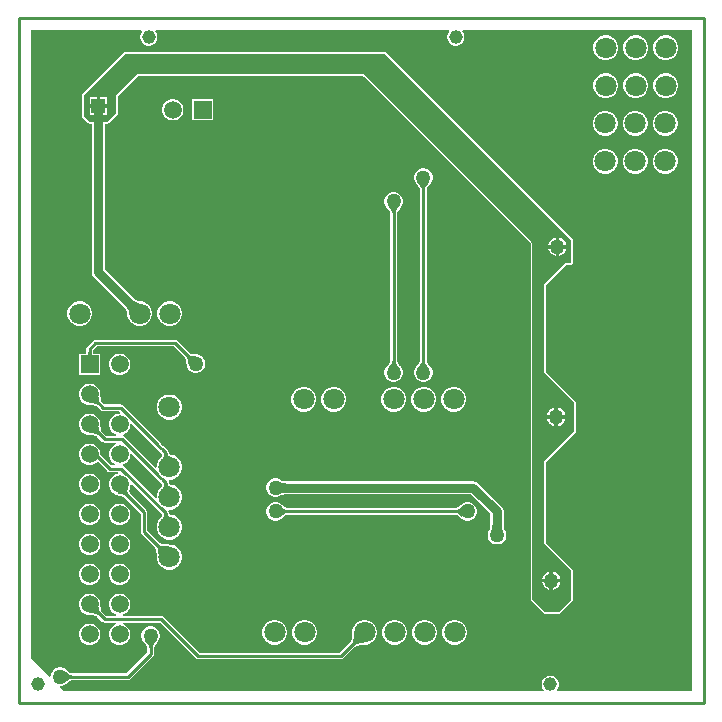
<source format=gbl>
G04*
G04 #@! TF.GenerationSoftware,Altium Limited,Altium Designer,22.4.2 (48)*
G04*
G04 Layer_Physical_Order=2*
G04 Layer_Color=16711680*
%FSLAX25Y25*%
%MOIN*%
G70*
G04*
G04 #@! TF.SameCoordinates,78AC0251-C41B-4C09-997F-A4DA7E128E32*
G04*
G04*
G04 #@! TF.FilePolarity,Positive*
G04*
G01*
G75*
%ADD14C,0.01000*%
%ADD39C,0.03150*%
%ADD40C,0.07087*%
%ADD41C,0.02000*%
%ADD42C,0.04535*%
%ADD43C,0.05906*%
%ADD44R,0.05906X0.05906*%
%ADD45R,0.05906X0.05906*%
%ADD46R,0.04724X0.04724*%
%ADD47C,0.04724*%
%ADD48C,0.05000*%
G36*
X224410Y3937D02*
X179566D01*
X179359Y4437D01*
X179460Y4538D01*
X179838Y5192D01*
X180033Y5922D01*
Y6677D01*
X179838Y7406D01*
X179460Y8060D01*
X178926Y8594D01*
X178272Y8971D01*
X177543Y9167D01*
X176788D01*
X176058Y8971D01*
X175405Y8594D01*
X174871Y8060D01*
X174493Y7406D01*
X174298Y6677D01*
Y5922D01*
X174493Y5192D01*
X174871Y4538D01*
X174972Y4437D01*
X174765Y3937D01*
X15000D01*
X13679Y5258D01*
X13886Y5758D01*
X14188D01*
X14976Y5970D01*
X15683Y6378D01*
X15898Y6593D01*
X16010Y6635D01*
X16471Y7069D01*
X16670Y7230D01*
X16862Y7369D01*
X17043Y7483D01*
X17210Y7571D01*
X17362Y7635D01*
X17499Y7677D01*
X17621Y7700D01*
X17772Y7710D01*
X17825Y7737D01*
X36358D01*
X36358Y7737D01*
X36788Y7822D01*
X37151Y8065D01*
X44793Y15707D01*
X44793Y15707D01*
X45036Y16071D01*
X45122Y16500D01*
X45122Y16500D01*
Y18454D01*
X45148Y18508D01*
X45158Y18659D01*
X45181Y18780D01*
X45224Y18917D01*
X45288Y19070D01*
X45376Y19237D01*
X45489Y19417D01*
X45623Y19603D01*
X45992Y20033D01*
X46214Y20260D01*
X46261Y20377D01*
X46481Y20597D01*
X46889Y21303D01*
X47100Y22092D01*
Y22908D01*
X46889Y23697D01*
X46481Y24403D01*
X45903Y24981D01*
X45197Y25389D01*
X44408Y25600D01*
X43592D01*
X42803Y25389D01*
X42097Y24981D01*
X41519Y24403D01*
X41111Y23697D01*
X40900Y22908D01*
Y22092D01*
X41111Y21303D01*
X41519Y20597D01*
X41735Y20381D01*
X41777Y20270D01*
X42211Y19808D01*
X42372Y19610D01*
X42511Y19417D01*
X42624Y19237D01*
X42712Y19070D01*
X42777Y18917D01*
X42819Y18780D01*
X42842Y18659D01*
X42852Y18508D01*
X42878Y18454D01*
Y16965D01*
X35894Y9980D01*
X17825D01*
X17772Y10006D01*
X17621Y10016D01*
X17499Y10039D01*
X17362Y10082D01*
X17210Y10146D01*
X17043Y10234D01*
X16862Y10347D01*
X16676Y10482D01*
X16246Y10850D01*
X16020Y11072D01*
X15903Y11119D01*
X15683Y11339D01*
X14976Y11747D01*
X14188Y11958D01*
X13371D01*
X12583Y11747D01*
X11876Y11339D01*
X11299Y10762D01*
X10891Y10055D01*
X10679Y9266D01*
Y8965D01*
X10180Y8758D01*
X3937Y15000D01*
Y224410D01*
X40907D01*
X41114Y223909D01*
X41012Y223808D01*
X40635Y223154D01*
X40439Y222425D01*
Y221670D01*
X40635Y220940D01*
X41012Y220286D01*
X41546Y219753D01*
X42200Y219375D01*
X42930Y219180D01*
X43685D01*
X44414Y219375D01*
X45068Y219753D01*
X45602Y220286D01*
X45979Y220940D01*
X46175Y221670D01*
Y222425D01*
X45979Y223154D01*
X45602Y223808D01*
X45500Y223909D01*
X45707Y224410D01*
X143269D01*
X143476Y223909D01*
X143375Y223808D01*
X142997Y223154D01*
X142802Y222425D01*
Y221670D01*
X142997Y220940D01*
X143375Y220286D01*
X143909Y219753D01*
X144562Y219375D01*
X145292Y219180D01*
X146047D01*
X146776Y219375D01*
X147430Y219753D01*
X147964Y220286D01*
X148342Y220940D01*
X148537Y221670D01*
Y222425D01*
X148342Y223154D01*
X147964Y223808D01*
X147863Y223909D01*
X148070Y224410D01*
X224410D01*
Y3937D01*
D02*
G37*
G36*
X45513Y20472D02*
X45112Y20005D01*
X44950Y19780D01*
X44813Y19561D01*
X44700Y19347D01*
X44613Y19140D01*
X44550Y18937D01*
X44513Y18741D01*
X44500Y18551D01*
X43500D01*
X43488Y18741D01*
X43450Y18937D01*
X43387Y19140D01*
X43300Y19347D01*
X43187Y19561D01*
X43050Y19780D01*
X42887Y20005D01*
X42700Y20236D01*
X42250Y20715D01*
X45750D01*
X45513Y20472D01*
D02*
G37*
G36*
X15807Y10371D02*
X16274Y9971D01*
X16499Y9808D01*
X16718Y9671D01*
X16932Y9558D01*
X17140Y9471D01*
X17342Y9408D01*
X17538Y9371D01*
X17729Y9358D01*
Y8358D01*
X17538Y8346D01*
X17342Y8308D01*
X17140Y8246D01*
X16932Y8158D01*
X16718Y8046D01*
X16499Y7908D01*
X16274Y7746D01*
X16044Y7558D01*
X15565Y7108D01*
Y10608D01*
X15807Y10371D01*
D02*
G37*
%LPC*%
G36*
X216215Y222647D02*
X215124D01*
X214070Y222365D01*
X213125Y221819D01*
X212354Y221048D01*
X211808Y220103D01*
X211526Y219049D01*
Y217958D01*
X211808Y216905D01*
X212354Y215960D01*
X213125Y215189D01*
X214070Y214643D01*
X215124Y214361D01*
X216215D01*
X217268Y214643D01*
X218213Y215189D01*
X218985Y215960D01*
X219530Y216905D01*
X219813Y217958D01*
Y219049D01*
X219530Y220103D01*
X218985Y221048D01*
X218213Y221819D01*
X217268Y222365D01*
X216215Y222647D01*
D02*
G37*
G36*
X206215D02*
X205124D01*
X204070Y222365D01*
X203125Y221819D01*
X202354Y221048D01*
X201808Y220103D01*
X201526Y219049D01*
Y217958D01*
X201808Y216905D01*
X202354Y215960D01*
X203125Y215189D01*
X204070Y214643D01*
X205124Y214361D01*
X206215D01*
X207269Y214643D01*
X208213Y215189D01*
X208985Y215960D01*
X209530Y216905D01*
X209813Y217958D01*
Y219049D01*
X209530Y220103D01*
X208985Y221048D01*
X208213Y221819D01*
X207269Y222365D01*
X206215Y222647D01*
D02*
G37*
G36*
X196215D02*
X195124D01*
X194070Y222365D01*
X193125Y221819D01*
X192354Y221048D01*
X191808Y220103D01*
X191526Y219049D01*
Y217958D01*
X191808Y216905D01*
X192354Y215960D01*
X193125Y215189D01*
X194070Y214643D01*
X195124Y214361D01*
X196215D01*
X197268Y214643D01*
X198213Y215189D01*
X198985Y215960D01*
X199530Y216905D01*
X199813Y217958D01*
Y219049D01*
X199530Y220103D01*
X198985Y221048D01*
X198213Y221819D01*
X197268Y222365D01*
X196215Y222647D01*
D02*
G37*
G36*
X216215Y210049D02*
X215124D01*
X214070Y209766D01*
X213125Y209221D01*
X212354Y208450D01*
X211808Y207505D01*
X211526Y206451D01*
Y205360D01*
X211808Y204306D01*
X212354Y203362D01*
X213125Y202590D01*
X214070Y202045D01*
X215124Y201762D01*
X216215D01*
X217268Y202045D01*
X218213Y202590D01*
X218985Y203362D01*
X219530Y204306D01*
X219813Y205360D01*
Y206451D01*
X219530Y207505D01*
X218985Y208450D01*
X218213Y209221D01*
X217268Y209766D01*
X216215Y210049D01*
D02*
G37*
G36*
X206215D02*
X205124D01*
X204070Y209766D01*
X203125Y209221D01*
X202354Y208450D01*
X201808Y207505D01*
X201526Y206451D01*
Y205360D01*
X201808Y204306D01*
X202354Y203362D01*
X203125Y202590D01*
X204070Y202045D01*
X205124Y201762D01*
X206215D01*
X207269Y202045D01*
X208213Y202590D01*
X208985Y203362D01*
X209530Y204306D01*
X209813Y205360D01*
Y206451D01*
X209530Y207505D01*
X208985Y208450D01*
X208213Y209221D01*
X207269Y209766D01*
X206215Y210049D01*
D02*
G37*
G36*
X196215D02*
X195124D01*
X194070Y209766D01*
X193125Y209221D01*
X192354Y208450D01*
X191808Y207505D01*
X191526Y206451D01*
Y205360D01*
X191808Y204306D01*
X192354Y203362D01*
X193125Y202590D01*
X194070Y202045D01*
X195124Y201762D01*
X196215D01*
X197268Y202045D01*
X198213Y202590D01*
X198985Y203362D01*
X199530Y204306D01*
X199813Y205360D01*
Y206451D01*
X199530Y207505D01*
X198985Y208450D01*
X198213Y209221D01*
X197268Y209766D01*
X196215Y210049D01*
D02*
G37*
G36*
X64891Y201387D02*
X57786D01*
Y194282D01*
X64891D01*
Y201387D01*
D02*
G37*
G36*
X51806D02*
X50871D01*
X49967Y201145D01*
X49157Y200678D01*
X48496Y200016D01*
X48028Y199206D01*
X47786Y198302D01*
Y197367D01*
X48028Y196463D01*
X48496Y195653D01*
X49157Y194992D01*
X49967Y194524D01*
X50871Y194282D01*
X51806D01*
X52710Y194524D01*
X53520Y194992D01*
X54181Y195653D01*
X54649Y196463D01*
X54891Y197367D01*
Y198302D01*
X54649Y199206D01*
X54181Y200016D01*
X53520Y200678D01*
X52710Y201145D01*
X51806Y201387D01*
D02*
G37*
G36*
X216057Y197450D02*
X214966D01*
X213913Y197168D01*
X212968Y196623D01*
X212196Y195851D01*
X211651Y194906D01*
X211368Y193853D01*
Y192762D01*
X211651Y191708D01*
X212196Y190763D01*
X212968Y189992D01*
X213913Y189446D01*
X214966Y189164D01*
X216057D01*
X217111Y189446D01*
X218056Y189992D01*
X218827Y190763D01*
X219373Y191708D01*
X219655Y192762D01*
Y193853D01*
X219373Y194906D01*
X218827Y195851D01*
X218056Y196623D01*
X217111Y197168D01*
X216057Y197450D01*
D02*
G37*
G36*
X206057D02*
X204966D01*
X203913Y197168D01*
X202968Y196623D01*
X202196Y195851D01*
X201651Y194906D01*
X201368Y193853D01*
Y192762D01*
X201651Y191708D01*
X202196Y190763D01*
X202968Y189992D01*
X203913Y189446D01*
X204966Y189164D01*
X206057D01*
X207111Y189446D01*
X208056Y189992D01*
X208827Y190763D01*
X209373Y191708D01*
X209655Y192762D01*
Y193853D01*
X209373Y194906D01*
X208827Y195851D01*
X208056Y196623D01*
X207111Y197168D01*
X206057Y197450D01*
D02*
G37*
G36*
X196057D02*
X194966D01*
X193913Y197168D01*
X192968Y196623D01*
X192196Y195851D01*
X191651Y194906D01*
X191368Y193853D01*
Y192762D01*
X191651Y191708D01*
X192196Y190763D01*
X192968Y189992D01*
X193913Y189446D01*
X194966Y189164D01*
X196057D01*
X197111Y189446D01*
X198056Y189992D01*
X198827Y190763D01*
X199373Y191708D01*
X199655Y192762D01*
Y193853D01*
X199373Y194906D01*
X198827Y195851D01*
X198056Y196623D01*
X197111Y197168D01*
X196057Y197450D01*
D02*
G37*
G36*
X216057Y184852D02*
X214966D01*
X213913Y184570D01*
X212968Y184024D01*
X212196Y183253D01*
X211651Y182308D01*
X211368Y181254D01*
Y180163D01*
X211651Y179109D01*
X212196Y178165D01*
X212968Y177393D01*
X213913Y176848D01*
X214966Y176565D01*
X216057D01*
X217111Y176848D01*
X218056Y177393D01*
X218827Y178165D01*
X219373Y179109D01*
X219655Y180163D01*
Y181254D01*
X219373Y182308D01*
X218827Y183253D01*
X218056Y184024D01*
X217111Y184570D01*
X216057Y184852D01*
D02*
G37*
G36*
X206057D02*
X204966D01*
X203913Y184570D01*
X202968Y184024D01*
X202196Y183253D01*
X201651Y182308D01*
X201368Y181254D01*
Y180163D01*
X201651Y179109D01*
X202196Y178165D01*
X202968Y177393D01*
X203913Y176848D01*
X204966Y176565D01*
X206057D01*
X207111Y176848D01*
X208056Y177393D01*
X208827Y178165D01*
X209373Y179109D01*
X209655Y180163D01*
Y181254D01*
X209373Y182308D01*
X208827Y183253D01*
X208056Y184024D01*
X207111Y184570D01*
X206057Y184852D01*
D02*
G37*
G36*
X196057D02*
X194966D01*
X193913Y184570D01*
X192968Y184024D01*
X192196Y183253D01*
X191651Y182308D01*
X191368Y181254D01*
Y180163D01*
X191651Y179109D01*
X192196Y178165D01*
X192968Y177393D01*
X193913Y176848D01*
X194966Y176565D01*
X196057D01*
X197111Y176848D01*
X198056Y177393D01*
X198827Y178165D01*
X199373Y179109D01*
X199655Y180163D01*
Y181254D01*
X199373Y182308D01*
X198827Y183253D01*
X198056Y184024D01*
X197111Y184570D01*
X196057Y184852D01*
D02*
G37*
G36*
X50900Y134065D02*
X49809D01*
X48755Y133782D01*
X47810Y133237D01*
X47039Y132465D01*
X46493Y131520D01*
X46211Y130467D01*
Y129376D01*
X46493Y128322D01*
X47039Y127377D01*
X47810Y126606D01*
X48755Y126060D01*
X49809Y125778D01*
X50900D01*
X51954Y126060D01*
X52898Y126606D01*
X53670Y127377D01*
X54215Y128322D01*
X54498Y129376D01*
Y130467D01*
X54215Y131520D01*
X53670Y132465D01*
X52898Y133237D01*
X51954Y133782D01*
X50900Y134065D01*
D02*
G37*
G36*
X20900D02*
X19809D01*
X18755Y133782D01*
X17810Y133237D01*
X17039Y132465D01*
X16493Y131520D01*
X16211Y130467D01*
Y129376D01*
X16493Y128322D01*
X17039Y127377D01*
X17810Y126606D01*
X18755Y126060D01*
X19809Y125778D01*
X20900D01*
X21954Y126060D01*
X22898Y126606D01*
X23670Y127377D01*
X24215Y128322D01*
X24498Y129376D01*
Y130467D01*
X24215Y131520D01*
X23670Y132465D01*
X22898Y133237D01*
X21954Y133782D01*
X20900Y134065D01*
D02*
G37*
G36*
X52165Y121200D02*
X52165Y121200D01*
X25591D01*
X25591Y121200D01*
X25161Y121115D01*
X24798Y120872D01*
X22829Y118903D01*
X22586Y118539D01*
X22501Y118110D01*
X22501Y118110D01*
Y117012D01*
X22473Y116950D01*
X22468Y116777D01*
X22457Y116650D01*
X22441Y116553D01*
X22439Y116545D01*
X20069D01*
Y109439D01*
X27175D01*
Y116545D01*
X24805D01*
X24803Y116553D01*
X24787Y116650D01*
X24776Y116777D01*
X24771Y116950D01*
X24744Y117012D01*
Y117646D01*
X26055Y118957D01*
X51701D01*
X55401Y115257D01*
X55421Y115200D01*
X55520Y115086D01*
X55590Y114984D01*
X55656Y114857D01*
X55719Y114704D01*
X55775Y114524D01*
X55822Y114316D01*
X55859Y114090D01*
X55903Y113525D01*
X55906Y113208D01*
X55955Y113092D01*
Y112781D01*
X56166Y111992D01*
X56574Y111285D01*
X57152Y110708D01*
X57859Y110300D01*
X58647Y110089D01*
X59463D01*
X60252Y110300D01*
X60959Y110708D01*
X61536Y111285D01*
X61944Y111992D01*
X62155Y112781D01*
Y113597D01*
X61944Y114385D01*
X61536Y115092D01*
X60959Y115670D01*
X60252Y116078D01*
X59463Y116289D01*
X59159D01*
X59050Y116338D01*
X58417Y116358D01*
X58163Y116384D01*
X57928Y116422D01*
X57720Y116469D01*
X57540Y116525D01*
X57387Y116588D01*
X57260Y116654D01*
X57158Y116724D01*
X57044Y116823D01*
X56987Y116843D01*
X52958Y120872D01*
X52595Y121115D01*
X52165Y121200D01*
D02*
G37*
G36*
X34090Y116545D02*
X33154D01*
X32251Y116303D01*
X31441Y115835D01*
X30779Y115174D01*
X30311Y114363D01*
X30069Y113460D01*
Y112524D01*
X30311Y111621D01*
X30779Y110811D01*
X31441Y110149D01*
X32251Y109681D01*
X33154Y109439D01*
X34090D01*
X34993Y109681D01*
X35803Y110149D01*
X36465Y110811D01*
X36933Y111621D01*
X37175Y112524D01*
Y113460D01*
X36933Y114363D01*
X36465Y115174D01*
X35803Y115835D01*
X34993Y116303D01*
X34090Y116545D01*
D02*
G37*
G36*
X135251Y178297D02*
X134434D01*
X133646Y178086D01*
X132939Y177678D01*
X132362Y177100D01*
X131954Y176393D01*
X131743Y175605D01*
Y174789D01*
X131954Y174000D01*
X132362Y173293D01*
X132577Y173078D01*
X132619Y172967D01*
X133053Y172505D01*
X133214Y172307D01*
X133354Y172114D01*
X133467Y171933D01*
X133555Y171766D01*
X133619Y171614D01*
X133661Y171477D01*
X133685Y171356D01*
X133695Y171205D01*
X133721Y171151D01*
Y114282D01*
X133695Y114228D01*
X133685Y114077D01*
X133661Y113956D01*
X133619Y113819D01*
X133555Y113667D01*
X133467Y113500D01*
X133354Y113319D01*
X133219Y113133D01*
X132851Y112703D01*
X132629Y112476D01*
X132582Y112360D01*
X132362Y112140D01*
X131954Y111433D01*
X131743Y110644D01*
Y109828D01*
X131954Y109040D01*
X132362Y108333D01*
X132939Y107756D01*
X133646Y107348D01*
X134434Y107136D01*
X135251D01*
X136039Y107348D01*
X136746Y107756D01*
X137323Y108333D01*
X137731Y109040D01*
X137943Y109828D01*
Y110644D01*
X137731Y111433D01*
X137323Y112140D01*
X137108Y112355D01*
X137066Y112466D01*
X136632Y112928D01*
X136471Y113126D01*
X136331Y113319D01*
X136218Y113500D01*
X136130Y113667D01*
X136066Y113819D01*
X136024Y113956D01*
X136001Y114077D01*
X135991Y114228D01*
X135964Y114282D01*
Y171151D01*
X135991Y171205D01*
X136001Y171356D01*
X136024Y171477D01*
X136066Y171614D01*
X136130Y171766D01*
X136218Y171933D01*
X136331Y172114D01*
X136466Y172300D01*
X136834Y172730D01*
X137056Y172957D01*
X137103Y173073D01*
X137323Y173293D01*
X137731Y174000D01*
X137943Y174789D01*
Y175605D01*
X137731Y176393D01*
X137323Y177100D01*
X136746Y177678D01*
X136039Y178086D01*
X135251Y178297D01*
D02*
G37*
G36*
X125408Y170423D02*
X124592D01*
X123803Y170212D01*
X123097Y169803D01*
X122519Y169226D01*
X122111Y168519D01*
X121900Y167731D01*
Y166915D01*
X122111Y166126D01*
X122519Y165419D01*
X122735Y165204D01*
X122777Y165093D01*
X123211Y164631D01*
X123372Y164433D01*
X123511Y164240D01*
X123624Y164059D01*
X123712Y163892D01*
X123776Y163740D01*
X123819Y163603D01*
X123842Y163481D01*
X123852Y163331D01*
X123878Y163277D01*
Y114282D01*
X123852Y114228D01*
X123842Y114077D01*
X123819Y113956D01*
X123776Y113819D01*
X123712Y113667D01*
X123624Y113500D01*
X123511Y113319D01*
X123377Y113133D01*
X123008Y112703D01*
X122786Y112476D01*
X122739Y112360D01*
X122519Y112140D01*
X122111Y111433D01*
X121900Y110644D01*
Y109828D01*
X122111Y109040D01*
X122519Y108333D01*
X123097Y107756D01*
X123803Y107348D01*
X124592Y107136D01*
X125408D01*
X126197Y107348D01*
X126903Y107756D01*
X127481Y108333D01*
X127889Y109040D01*
X128100Y109828D01*
Y110644D01*
X127889Y111433D01*
X127481Y112140D01*
X127265Y112355D01*
X127223Y112466D01*
X126789Y112928D01*
X126628Y113126D01*
X126489Y113319D01*
X126376Y113500D01*
X126288Y113667D01*
X126224Y113819D01*
X126181Y113956D01*
X126158Y114077D01*
X126148Y114228D01*
X126122Y114282D01*
Y163277D01*
X126148Y163331D01*
X126158Y163481D01*
X126181Y163603D01*
X126224Y163740D01*
X126288Y163892D01*
X126376Y164059D01*
X126489Y164240D01*
X126623Y164426D01*
X126992Y164856D01*
X127214Y165083D01*
X127261Y165199D01*
X127481Y165419D01*
X127889Y166126D01*
X128100Y166915D01*
Y167731D01*
X127889Y168519D01*
X127481Y169226D01*
X126903Y169803D01*
X126197Y170212D01*
X125408Y170423D01*
D02*
G37*
G36*
X145545Y105521D02*
X144455D01*
X143401Y105239D01*
X142456Y104693D01*
X141684Y103922D01*
X141139Y102977D01*
X140857Y101923D01*
Y100832D01*
X141139Y99779D01*
X141684Y98834D01*
X142456Y98062D01*
X143401Y97517D01*
X144455Y97235D01*
X145545D01*
X146599Y97517D01*
X147544Y98062D01*
X148316Y98834D01*
X148861Y99779D01*
X149143Y100832D01*
Y101923D01*
X148861Y102977D01*
X148316Y103922D01*
X147544Y104693D01*
X146599Y105239D01*
X145545Y105521D01*
D02*
G37*
G36*
X135546D02*
X134455D01*
X133401Y105239D01*
X132456Y104693D01*
X131685Y103922D01*
X131139Y102977D01*
X130857Y101923D01*
Y100832D01*
X131139Y99779D01*
X131685Y98834D01*
X132456Y98062D01*
X133401Y97517D01*
X134455Y97235D01*
X135546D01*
X136599Y97517D01*
X137544Y98062D01*
X138315Y98834D01*
X138861Y99779D01*
X139143Y100832D01*
Y101923D01*
X138861Y102977D01*
X138315Y103922D01*
X137544Y104693D01*
X136599Y105239D01*
X135546Y105521D01*
D02*
G37*
G36*
X125546D02*
X124454D01*
X123401Y105239D01*
X122456Y104693D01*
X121685Y103922D01*
X121139Y102977D01*
X120857Y101923D01*
Y100832D01*
X121139Y99779D01*
X121685Y98834D01*
X122456Y98062D01*
X123401Y97517D01*
X124454Y97235D01*
X125546D01*
X126599Y97517D01*
X127544Y98062D01*
X128315Y98834D01*
X128861Y99779D01*
X129143Y100832D01*
Y101923D01*
X128861Y102977D01*
X128315Y103922D01*
X127544Y104693D01*
X126599Y105239D01*
X125546Y105521D01*
D02*
G37*
G36*
X105545D02*
X104455D01*
X103401Y105239D01*
X102456Y104693D01*
X101684Y103922D01*
X101139Y102977D01*
X100857Y101923D01*
Y100832D01*
X101139Y99779D01*
X101684Y98834D01*
X102456Y98062D01*
X103401Y97517D01*
X104455Y97235D01*
X105545D01*
X106599Y97517D01*
X107544Y98062D01*
X108316Y98834D01*
X108861Y99779D01*
X109143Y100832D01*
Y101923D01*
X108861Y102977D01*
X108316Y103922D01*
X107544Y104693D01*
X106599Y105239D01*
X105545Y105521D01*
D02*
G37*
G36*
X95546D02*
X94454D01*
X93401Y105239D01*
X92456Y104693D01*
X91685Y103922D01*
X91139Y102977D01*
X90857Y101923D01*
Y100832D01*
X91139Y99779D01*
X91685Y98834D01*
X92456Y98062D01*
X93401Y97517D01*
X94454Y97235D01*
X95546D01*
X96599Y97517D01*
X97544Y98062D01*
X98316Y98834D01*
X98861Y99779D01*
X99143Y100832D01*
Y101923D01*
X98861Y102977D01*
X98316Y103922D01*
X97544Y104693D01*
X96599Y105239D01*
X95546Y105521D01*
D02*
G37*
G36*
X50742Y102884D02*
X49651D01*
X48598Y102601D01*
X47653Y102056D01*
X46881Y101284D01*
X46336Y100339D01*
X46054Y99286D01*
Y98195D01*
X46336Y97141D01*
X46881Y96196D01*
X47653Y95425D01*
X48598Y94879D01*
X49651Y94597D01*
X50742D01*
X51796Y94879D01*
X52741Y95425D01*
X53512Y96196D01*
X54058Y97141D01*
X54340Y98195D01*
Y99286D01*
X54058Y100339D01*
X53512Y101284D01*
X52741Y102056D01*
X51796Y102601D01*
X50742Y102884D01*
D02*
G37*
G36*
X24090Y106545D02*
X23154D01*
X22251Y106303D01*
X21441Y105835D01*
X20779Y105174D01*
X20311Y104363D01*
X20069Y103460D01*
Y102524D01*
X20311Y101621D01*
X20779Y100811D01*
X21441Y100149D01*
X22251Y99682D01*
X23154Y99439D01*
X23530D01*
X23647Y99390D01*
X24051Y99387D01*
X24768Y99338D01*
X25061Y99296D01*
X25326Y99241D01*
X25555Y99177D01*
X25748Y99104D01*
X25905Y99026D01*
X26027Y98947D01*
X26155Y98836D01*
X26210Y98818D01*
X27321Y97707D01*
X27321Y97707D01*
X27685Y97464D01*
X28114Y97378D01*
X28114Y97378D01*
X33535D01*
X33869Y97045D01*
X33662Y96545D01*
X33154D01*
X32251Y96303D01*
X31441Y95835D01*
X30779Y95174D01*
X30311Y94363D01*
X30069Y93460D01*
Y92524D01*
X30311Y91621D01*
X30779Y90811D01*
X31441Y90149D01*
X32251Y89682D01*
X32474Y89622D01*
X32409Y89122D01*
X29079D01*
X27796Y90404D01*
X27778Y90459D01*
X27667Y90588D01*
X27588Y90709D01*
X27510Y90866D01*
X27438Y91059D01*
X27373Y91288D01*
X27318Y91553D01*
X27276Y91846D01*
X27227Y92563D01*
X27224Y92967D01*
X27175Y93084D01*
Y93460D01*
X26933Y94363D01*
X26465Y95174D01*
X25804Y95835D01*
X24993Y96303D01*
X24090Y96545D01*
X23154D01*
X22251Y96303D01*
X21441Y95835D01*
X20779Y95174D01*
X20311Y94363D01*
X20069Y93460D01*
Y92524D01*
X20311Y91621D01*
X20779Y90811D01*
X21441Y90149D01*
X22251Y89682D01*
X23154Y89439D01*
X23530D01*
X23647Y89390D01*
X24051Y89387D01*
X24768Y89338D01*
X25061Y89296D01*
X25326Y89241D01*
X25555Y89176D01*
X25748Y89104D01*
X25905Y89026D01*
X26027Y88947D01*
X26155Y88836D01*
X26210Y88818D01*
X27821Y87207D01*
X27821Y87207D01*
X28185Y86964D01*
X28614Y86878D01*
X28614Y86878D01*
X32467D01*
X32533Y86378D01*
X32251Y86303D01*
X31441Y85835D01*
X30779Y85174D01*
X30311Y84363D01*
X30069Y83460D01*
Y82524D01*
X30311Y81621D01*
X30779Y80811D01*
X31441Y80149D01*
X32066Y79788D01*
X31932Y79288D01*
X30798D01*
X27240Y82847D01*
X27175Y82890D01*
Y83460D01*
X26933Y84363D01*
X26465Y85174D01*
X25804Y85835D01*
X24993Y86303D01*
X24090Y86545D01*
X23154D01*
X22251Y86303D01*
X21441Y85835D01*
X20779Y85174D01*
X20311Y84363D01*
X20069Y83460D01*
Y82524D01*
X20311Y81621D01*
X20779Y80811D01*
X21441Y80149D01*
X22251Y79681D01*
X23154Y79439D01*
X24090D01*
X24993Y79681D01*
X25804Y80149D01*
X26284Y80630D01*
X29541Y77373D01*
X29541Y77373D01*
X29904Y77130D01*
X30334Y77045D01*
X30334Y77045D01*
X33173D01*
X33200Y77005D01*
X32944Y76489D01*
X32251Y76303D01*
X31441Y75835D01*
X30779Y75174D01*
X30311Y74363D01*
X30069Y73460D01*
Y72524D01*
X30311Y71621D01*
X30779Y70811D01*
X31441Y70149D01*
X32251Y69682D01*
X32588Y69591D01*
X32686Y69514D01*
X33573Y69262D01*
X34289Y69026D01*
X34846Y68804D01*
X35049Y68707D01*
X35211Y68616D01*
X35322Y68541D01*
X35420Y68457D01*
X35475Y68439D01*
X40675Y63239D01*
Y57141D01*
X40675Y57140D01*
X40760Y56711D01*
X41003Y56348D01*
X45347Y52004D01*
X45364Y51950D01*
X45489Y51803D01*
X45582Y51654D01*
X45674Y51457D01*
X45759Y51212D01*
X45835Y50920D01*
X45898Y50580D01*
X45947Y50203D01*
X46001Y49290D01*
X46004Y48772D01*
X46054Y48655D01*
Y48195D01*
X46336Y47141D01*
X46881Y46196D01*
X47653Y45425D01*
X48598Y44879D01*
X49651Y44597D01*
X50742D01*
X51796Y44879D01*
X52741Y45425D01*
X53512Y46196D01*
X54058Y47141D01*
X54340Y48195D01*
Y49286D01*
X54058Y50339D01*
X53512Y51284D01*
X52741Y52056D01*
X51796Y52601D01*
X50742Y52883D01*
X50282D01*
X50165Y52933D01*
X49648Y52936D01*
X48734Y52990D01*
X48357Y53039D01*
X48017Y53102D01*
X47725Y53178D01*
X47480Y53263D01*
X47283Y53355D01*
X47134Y53448D01*
X46987Y53573D01*
X46933Y53590D01*
X42918Y57605D01*
Y63704D01*
X42918Y63704D01*
X42833Y64133D01*
X42590Y64497D01*
X42590Y64497D01*
X37316Y69770D01*
X37316Y69775D01*
X37292Y69794D01*
X37259Y69827D01*
X37241Y69882D01*
X37120Y70023D01*
X37045Y70140D01*
X36985Y70276D01*
X36938Y70436D01*
X36908Y70623D01*
X36896Y70840D01*
X36906Y71087D01*
X36940Y71362D01*
X36999Y71666D01*
X37089Y72013D01*
X37071Y72137D01*
X37175Y72524D01*
Y72878D01*
X37675Y73085D01*
X47857Y62903D01*
X47828Y62728D01*
X47787Y62561D01*
X47736Y62409D01*
X47676Y62269D01*
X47607Y62139D01*
X47527Y62020D01*
X47437Y61910D01*
X47315Y61785D01*
X47275Y61685D01*
X47195Y61614D01*
X47194Y61597D01*
X46881Y61284D01*
X46336Y60339D01*
X46054Y59286D01*
Y58195D01*
X46336Y57141D01*
X46881Y56196D01*
X47653Y55425D01*
X48598Y54879D01*
X49651Y54597D01*
X50742D01*
X51796Y54879D01*
X52741Y55425D01*
X53512Y56196D01*
X54058Y57141D01*
X54340Y58195D01*
Y59286D01*
X54058Y60339D01*
X53512Y61284D01*
X52741Y62056D01*
X51796Y62601D01*
X50742Y62884D01*
X50625D01*
X50570Y62915D01*
X50428Y62935D01*
X50349Y62955D01*
X50298Y62976D01*
X50269Y62995D01*
X50252Y63011D01*
X50237Y63030D01*
X50220Y63063D01*
X50203Y63118D01*
X50188Y63201D01*
X50181Y63347D01*
X50123Y63468D01*
X50068Y63743D01*
X49832Y64097D01*
X49839Y64138D01*
X50042Y64597D01*
X50742D01*
X51796Y64879D01*
X52741Y65425D01*
X53512Y66196D01*
X54058Y67141D01*
X54340Y68195D01*
Y69286D01*
X54058Y70339D01*
X53512Y71284D01*
X52741Y72056D01*
X51796Y72601D01*
X50977Y72821D01*
X50964Y72835D01*
X50913Y72838D01*
X50855Y72853D01*
X50801Y72889D01*
X50617Y72923D01*
X50494Y72960D01*
X50403Y73000D01*
X50339Y73041D01*
X50294Y73081D01*
X50261Y73123D01*
X50232Y73175D01*
X50208Y73247D01*
X50190Y73343D01*
X50181Y73505D01*
X50122Y73625D01*
X50068Y73897D01*
X49935Y74097D01*
X50132Y74546D01*
X50186Y74597D01*
X50742D01*
X51796Y74879D01*
X52741Y75425D01*
X53512Y76196D01*
X54058Y77141D01*
X54340Y78195D01*
Y79286D01*
X54058Y80339D01*
X53512Y81284D01*
X52741Y82056D01*
X51796Y82601D01*
X50977Y82821D01*
X50964Y82835D01*
X50913Y82838D01*
X50855Y82853D01*
X50801Y82889D01*
X50617Y82923D01*
X50494Y82960D01*
X50403Y83000D01*
X50339Y83041D01*
X50294Y83081D01*
X50261Y83123D01*
X50232Y83175D01*
X50208Y83246D01*
X50190Y83343D01*
X50181Y83504D01*
X50122Y83625D01*
X50068Y83897D01*
X49825Y84261D01*
X49825Y84261D01*
X48421Y85666D01*
X48421Y85666D01*
X48236Y85789D01*
X48259Y85824D01*
X47705Y86249D01*
X47280Y86803D01*
X47245Y86779D01*
X47122Y86964D01*
X47122Y86964D01*
X34793Y99293D01*
X34793Y99293D01*
X34429Y99536D01*
X34000Y99622D01*
X34000Y99622D01*
X28579D01*
X27796Y100404D01*
X27778Y100459D01*
X27667Y100587D01*
X27588Y100709D01*
X27510Y100866D01*
X27438Y101059D01*
X27373Y101288D01*
X27318Y101553D01*
X27276Y101846D01*
X27227Y102563D01*
X27224Y102967D01*
X27175Y103084D01*
Y103460D01*
X26933Y104363D01*
X26465Y105174D01*
X25804Y105835D01*
X24993Y106303D01*
X24090Y106545D01*
D02*
G37*
G36*
Y76545D02*
X23154D01*
X22251Y76303D01*
X21441Y75835D01*
X20779Y75174D01*
X20311Y74363D01*
X20069Y73460D01*
Y72524D01*
X20311Y71621D01*
X20779Y70811D01*
X21441Y70149D01*
X22251Y69682D01*
X23154Y69439D01*
X24090D01*
X24993Y69682D01*
X25804Y70149D01*
X26465Y70811D01*
X26933Y71621D01*
X27175Y72524D01*
Y73460D01*
X26933Y74363D01*
X26465Y75174D01*
X25804Y75835D01*
X24993Y76303D01*
X24090Y76545D01*
D02*
G37*
G36*
X150014Y67076D02*
X149198D01*
X148410Y66865D01*
X147703Y66457D01*
X147488Y66242D01*
X147376Y66199D01*
X146915Y65766D01*
X146716Y65605D01*
X146523Y65465D01*
X146343Y65352D01*
X146176Y65264D01*
X146023Y65200D01*
X145886Y65158D01*
X145765Y65134D01*
X145614Y65124D01*
X145561Y65098D01*
X89676D01*
X89622Y65124D01*
X89471Y65134D01*
X89350Y65158D01*
X89213Y65200D01*
X89060Y65264D01*
X88893Y65352D01*
X88713Y65465D01*
X88527Y65600D01*
X88096Y65968D01*
X87870Y66190D01*
X87753Y66237D01*
X87533Y66457D01*
X86826Y66865D01*
X86038Y67076D01*
X85222D01*
X84433Y66865D01*
X83727Y66457D01*
X83149Y65880D01*
X82741Y65173D01*
X82530Y64385D01*
Y63568D01*
X82741Y62780D01*
X83149Y62073D01*
X83727Y61496D01*
X84433Y61088D01*
X85222Y60876D01*
X86038D01*
X86826Y61088D01*
X87533Y61496D01*
X87749Y61711D01*
X87860Y61753D01*
X88322Y62187D01*
X88520Y62348D01*
X88713Y62488D01*
X88893Y62601D01*
X89060Y62689D01*
X89213Y62753D01*
X89350Y62795D01*
X89471Y62818D01*
X89622Y62828D01*
X89676Y62855D01*
X145561D01*
X145614Y62828D01*
X145765Y62818D01*
X145886Y62795D01*
X146023Y62753D01*
X146176Y62689D01*
X146343Y62601D01*
X146523Y62488D01*
X146710Y62353D01*
X147140Y61985D01*
X147366Y61763D01*
X147483Y61716D01*
X147703Y61496D01*
X148410Y61088D01*
X149198Y60876D01*
X150014D01*
X150803Y61088D01*
X151510Y61496D01*
X152087Y62073D01*
X152495Y62780D01*
X152706Y63568D01*
Y64385D01*
X152495Y65173D01*
X152087Y65880D01*
X151510Y66457D01*
X150803Y66865D01*
X150014Y67076D01*
D02*
G37*
G36*
X34090Y66545D02*
X33154D01*
X32251Y66303D01*
X31441Y65835D01*
X30779Y65174D01*
X30311Y64363D01*
X30069Y63460D01*
Y62524D01*
X30311Y61621D01*
X30779Y60811D01*
X31441Y60149D01*
X32251Y59681D01*
X33154Y59439D01*
X34090D01*
X34993Y59681D01*
X35803Y60149D01*
X36465Y60811D01*
X36933Y61621D01*
X37175Y62524D01*
Y63460D01*
X36933Y64363D01*
X36465Y65174D01*
X35803Y65835D01*
X34993Y66303D01*
X34090Y66545D01*
D02*
G37*
G36*
X24090D02*
X23154D01*
X22251Y66303D01*
X21441Y65835D01*
X20779Y65174D01*
X20311Y64363D01*
X20069Y63460D01*
Y62524D01*
X20311Y61621D01*
X20779Y60811D01*
X21441Y60149D01*
X22251Y59681D01*
X23154Y59439D01*
X24090D01*
X24993Y59681D01*
X25804Y60149D01*
X26465Y60811D01*
X26933Y61621D01*
X27175Y62524D01*
Y63460D01*
X26933Y64363D01*
X26465Y65174D01*
X25804Y65835D01*
X24993Y66303D01*
X24090Y66545D01*
D02*
G37*
G36*
X86038Y74950D02*
X85222D01*
X84433Y74739D01*
X83727Y74331D01*
X83149Y73754D01*
X82741Y73047D01*
X82530Y72259D01*
Y71442D01*
X82741Y70654D01*
X83149Y69947D01*
X83727Y69370D01*
X84433Y68962D01*
X85222Y68750D01*
X86038D01*
X86826Y68962D01*
X87533Y69370D01*
X87695Y69532D01*
X87706Y69532D01*
X87742Y69546D01*
X87777Y69555D01*
X87840Y69567D01*
X88809Y69625D01*
X89076Y69626D01*
X89092Y69633D01*
X150656D01*
X157231Y63058D01*
Y59572D01*
X157225Y59557D01*
X157209Y58802D01*
X157184Y58452D01*
X157169Y58334D01*
X157154Y58249D01*
X157144Y58214D01*
X157130Y58178D01*
X157130Y58168D01*
X156968Y58006D01*
X156560Y57299D01*
X156349Y56511D01*
Y55694D01*
X156560Y54906D01*
X156968Y54199D01*
X157545Y53622D01*
X158252Y53214D01*
X159041Y53002D01*
X159857D01*
X160645Y53214D01*
X161352Y53622D01*
X161929Y54199D01*
X162338Y54906D01*
X162549Y55694D01*
Y56511D01*
X162338Y57299D01*
X161929Y58006D01*
X161768Y58168D01*
X161768Y58178D01*
X161753Y58214D01*
X161744Y58249D01*
X161733Y58312D01*
X161675Y59282D01*
X161673Y59548D01*
X161666Y59564D01*
Y63976D01*
X161666Y63976D01*
X161497Y64825D01*
X161017Y65544D01*
X161017Y65544D01*
X153143Y73418D01*
X152423Y73899D01*
X151575Y74068D01*
X151575Y74068D01*
X89100D01*
X89085Y74075D01*
X88329Y74090D01*
X87980Y74115D01*
X87861Y74130D01*
X87777Y74146D01*
X87741Y74155D01*
X87706Y74169D01*
X87695Y74169D01*
X87533Y74331D01*
X86826Y74739D01*
X86038Y74950D01*
D02*
G37*
G36*
X34090Y56545D02*
X33154D01*
X32251Y56303D01*
X31441Y55835D01*
X30779Y55174D01*
X30311Y54363D01*
X30069Y53460D01*
Y52524D01*
X30311Y51621D01*
X30779Y50811D01*
X31441Y50149D01*
X32251Y49681D01*
X33154Y49439D01*
X34090D01*
X34993Y49681D01*
X35803Y50149D01*
X36465Y50811D01*
X36933Y51621D01*
X37175Y52524D01*
Y53460D01*
X36933Y54363D01*
X36465Y55174D01*
X35803Y55835D01*
X34993Y56303D01*
X34090Y56545D01*
D02*
G37*
G36*
X24090D02*
X23154D01*
X22251Y56303D01*
X21441Y55835D01*
X20779Y55174D01*
X20311Y54363D01*
X20069Y53460D01*
Y52524D01*
X20311Y51621D01*
X20779Y50811D01*
X21441Y50149D01*
X22251Y49681D01*
X23154Y49439D01*
X24090D01*
X24993Y49681D01*
X25804Y50149D01*
X26465Y50811D01*
X26933Y51621D01*
X27175Y52524D01*
Y53460D01*
X26933Y54363D01*
X26465Y55174D01*
X25804Y55835D01*
X24993Y56303D01*
X24090Y56545D01*
D02*
G37*
G36*
X34090Y46545D02*
X33154D01*
X32251Y46303D01*
X31441Y45835D01*
X30779Y45174D01*
X30311Y44363D01*
X30069Y43460D01*
Y42524D01*
X30311Y41621D01*
X30779Y40811D01*
X31441Y40149D01*
X32251Y39682D01*
X33154Y39439D01*
X34090D01*
X34993Y39682D01*
X35803Y40149D01*
X36465Y40811D01*
X36933Y41621D01*
X37175Y42524D01*
Y43460D01*
X36933Y44363D01*
X36465Y45174D01*
X35803Y45835D01*
X34993Y46303D01*
X34090Y46545D01*
D02*
G37*
G36*
X24090D02*
X23154D01*
X22251Y46303D01*
X21441Y45835D01*
X20779Y45174D01*
X20311Y44363D01*
X20069Y43460D01*
Y42524D01*
X20311Y41621D01*
X20779Y40811D01*
X21441Y40149D01*
X22251Y39682D01*
X23154Y39439D01*
X24090D01*
X24993Y39682D01*
X25804Y40149D01*
X26465Y40811D01*
X26933Y41621D01*
X27175Y42524D01*
Y43460D01*
X26933Y44363D01*
X26465Y45174D01*
X25804Y45835D01*
X24993Y46303D01*
X24090Y46545D01*
D02*
G37*
G36*
X122047Y217185D02*
X35433D01*
X34974Y216995D01*
X21194Y203215D01*
X21004Y202756D01*
Y199441D01*
X21016Y199412D01*
X21013Y199406D01*
Y198626D01*
X21016Y198620D01*
X21004Y198591D01*
Y195866D01*
X21194Y195407D01*
X23163Y193438D01*
X23622Y193248D01*
X24358D01*
Y178150D01*
Y143701D01*
X24358Y143701D01*
X24526Y142852D01*
X25007Y142133D01*
X35017Y132123D01*
X35023Y132108D01*
X35263Y131855D01*
X35465Y131618D01*
X35640Y131388D01*
X35787Y131164D01*
X35908Y130947D01*
X36004Y130737D01*
X36076Y130535D01*
X36125Y130339D01*
X36153Y130149D01*
X36162Y129929D01*
X36211Y129824D01*
Y129376D01*
X36493Y128322D01*
X37039Y127377D01*
X37810Y126606D01*
X38755Y126060D01*
X39809Y125778D01*
X40900D01*
X41954Y126060D01*
X42898Y126606D01*
X43670Y127377D01*
X44215Y128322D01*
X44498Y129376D01*
Y130467D01*
X44215Y131520D01*
X43670Y132465D01*
X42898Y133237D01*
X41954Y133782D01*
X40900Y134065D01*
X40451D01*
X40347Y134113D01*
X40126Y134123D01*
X39936Y134151D01*
X39741Y134200D01*
X39538Y134272D01*
X39329Y134368D01*
X39112Y134488D01*
X38888Y134636D01*
X38657Y134810D01*
X38421Y135012D01*
X38168Y135253D01*
X38153Y135259D01*
X28792Y144619D01*
Y178150D01*
Y193248D01*
X29528D01*
X29987Y193438D01*
X32939Y196391D01*
X33130Y196850D01*
X33130Y202487D01*
X39639Y208996D01*
X114889D01*
X170610Y153274D01*
Y34744D01*
X170801Y34285D01*
X175033Y30053D01*
X175492Y29862D01*
X180118Y29862D01*
X180577Y30053D01*
X184514Y33990D01*
X184705Y34449D01*
Y44291D01*
X184514Y44751D01*
X175846Y53419D01*
Y80440D01*
X185499Y90092D01*
X185689Y90551D01*
Y100394D01*
X185499Y100853D01*
X175846Y110505D01*
Y139495D01*
X182356Y146004D01*
X184055D01*
X184514Y146194D01*
X184705Y146653D01*
Y154528D01*
X184514Y154987D01*
X122506Y216995D01*
X122047Y217185D01*
D02*
G37*
G36*
X34090Y36545D02*
X33154D01*
X32251Y36303D01*
X31441Y35835D01*
X30779Y35174D01*
X30311Y34363D01*
X30069Y33460D01*
Y32524D01*
X30311Y31621D01*
X30779Y30811D01*
X31441Y30149D01*
X32251Y29682D01*
X32474Y29622D01*
X32409Y29122D01*
X29079D01*
X27796Y30404D01*
X27778Y30459D01*
X27667Y30588D01*
X27588Y30709D01*
X27510Y30866D01*
X27438Y31059D01*
X27373Y31288D01*
X27318Y31553D01*
X27276Y31846D01*
X27227Y32563D01*
X27224Y32967D01*
X27175Y33084D01*
Y33460D01*
X26933Y34363D01*
X26465Y35174D01*
X25804Y35835D01*
X24993Y36303D01*
X24090Y36545D01*
X23154D01*
X22251Y36303D01*
X21441Y35835D01*
X20779Y35174D01*
X20311Y34363D01*
X20069Y33460D01*
Y32524D01*
X20311Y31621D01*
X20779Y30811D01*
X21441Y30149D01*
X22251Y29682D01*
X23154Y29439D01*
X23530D01*
X23647Y29390D01*
X24051Y29387D01*
X24768Y29338D01*
X25061Y29296D01*
X25326Y29241D01*
X25555Y29177D01*
X25748Y29104D01*
X25905Y29026D01*
X26027Y28947D01*
X26155Y28836D01*
X26210Y28818D01*
X27821Y27207D01*
X27821Y27207D01*
X28185Y26964D01*
X28614Y26878D01*
X28614Y26878D01*
X32467D01*
X32533Y26378D01*
X32251Y26303D01*
X31441Y25835D01*
X30779Y25174D01*
X30311Y24363D01*
X30069Y23460D01*
Y22524D01*
X30311Y21621D01*
X30779Y20811D01*
X31441Y20149D01*
X32251Y19681D01*
X33154Y19439D01*
X34090D01*
X34993Y19681D01*
X35803Y20149D01*
X36465Y20811D01*
X36933Y21621D01*
X37175Y22524D01*
Y23460D01*
X36933Y24363D01*
X36465Y25174D01*
X35803Y25835D01*
X34993Y26303D01*
X34711Y26378D01*
X34777Y26878D01*
X47035D01*
X58959Y14955D01*
X58959Y14955D01*
X59323Y14712D01*
X59752Y14627D01*
X107441D01*
X107441Y14627D01*
X107870Y14712D01*
X108234Y14955D01*
X112051Y18772D01*
X112105Y18789D01*
X112252Y18915D01*
X112401Y19007D01*
X112598Y19099D01*
X112843Y19184D01*
X113136Y19260D01*
X113475Y19323D01*
X113852Y19372D01*
X114766Y19427D01*
X115283Y19430D01*
X115400Y19479D01*
X115860D01*
X116914Y19761D01*
X117859Y20307D01*
X118630Y21078D01*
X119176Y22023D01*
X119458Y23077D01*
Y24168D01*
X119176Y25221D01*
X118630Y26166D01*
X117859Y26937D01*
X116914Y27483D01*
X115860Y27765D01*
X114769D01*
X113716Y27483D01*
X112771Y26937D01*
X111999Y26166D01*
X111454Y25221D01*
X111172Y24168D01*
Y23707D01*
X111122Y23590D01*
X111120Y23073D01*
X111065Y22159D01*
X111016Y21782D01*
X110953Y21443D01*
X110877Y21150D01*
X110792Y20905D01*
X110700Y20708D01*
X110608Y20560D01*
X110482Y20412D01*
X110465Y20358D01*
X106976Y16870D01*
X60216D01*
X48293Y28793D01*
X47929Y29036D01*
X47500Y29122D01*
X47500Y29122D01*
X34835D01*
X34770Y29622D01*
X34993Y29682D01*
X35803Y30149D01*
X36465Y30811D01*
X36933Y31621D01*
X37175Y32524D01*
Y33460D01*
X36933Y34363D01*
X36465Y35174D01*
X35803Y35835D01*
X34993Y36303D01*
X34090Y36545D01*
D02*
G37*
G36*
X145860Y27765D02*
X144770D01*
X143716Y27483D01*
X142771Y26937D01*
X141999Y26166D01*
X141454Y25221D01*
X141172Y24168D01*
Y23077D01*
X141454Y22023D01*
X141999Y21078D01*
X142771Y20307D01*
X143716Y19761D01*
X144770Y19479D01*
X145860D01*
X146914Y19761D01*
X147859Y20307D01*
X148630Y21078D01*
X149176Y22023D01*
X149458Y23077D01*
Y24168D01*
X149176Y25221D01*
X148630Y26166D01*
X147859Y26937D01*
X146914Y27483D01*
X145860Y27765D01*
D02*
G37*
G36*
X135860D02*
X134769D01*
X133716Y27483D01*
X132771Y26937D01*
X132000Y26166D01*
X131454Y25221D01*
X131172Y24168D01*
Y23077D01*
X131454Y22023D01*
X132000Y21078D01*
X132771Y20307D01*
X133716Y19761D01*
X134769Y19479D01*
X135860D01*
X136914Y19761D01*
X137859Y20307D01*
X138630Y21078D01*
X139176Y22023D01*
X139458Y23077D01*
Y24168D01*
X139176Y25221D01*
X138630Y26166D01*
X137859Y26937D01*
X136914Y27483D01*
X135860Y27765D01*
D02*
G37*
G36*
X125860D02*
X124769D01*
X123716Y27483D01*
X122771Y26937D01*
X122000Y26166D01*
X121454Y25221D01*
X121172Y24168D01*
Y23077D01*
X121454Y22023D01*
X122000Y21078D01*
X122771Y20307D01*
X123716Y19761D01*
X124769Y19479D01*
X125860D01*
X126914Y19761D01*
X127859Y20307D01*
X128630Y21078D01*
X129176Y22023D01*
X129458Y23077D01*
Y24168D01*
X129176Y25221D01*
X128630Y26166D01*
X127859Y26937D01*
X126914Y27483D01*
X125860Y27765D01*
D02*
G37*
G36*
X95860D02*
X94770D01*
X93716Y27483D01*
X92771Y26937D01*
X92000Y26166D01*
X91454Y25221D01*
X91172Y24168D01*
Y23077D01*
X91454Y22023D01*
X92000Y21078D01*
X92771Y20307D01*
X93716Y19761D01*
X94770Y19479D01*
X95860D01*
X96914Y19761D01*
X97859Y20307D01*
X98630Y21078D01*
X99176Y22023D01*
X99458Y23077D01*
Y24168D01*
X99176Y25221D01*
X98630Y26166D01*
X97859Y26937D01*
X96914Y27483D01*
X95860Y27765D01*
D02*
G37*
G36*
X85860D02*
X84769D01*
X83716Y27483D01*
X82771Y26937D01*
X81999Y26166D01*
X81454Y25221D01*
X81172Y24168D01*
Y23077D01*
X81454Y22023D01*
X81999Y21078D01*
X82771Y20307D01*
X83716Y19761D01*
X84769Y19479D01*
X85860D01*
X86914Y19761D01*
X87859Y20307D01*
X88630Y21078D01*
X89176Y22023D01*
X89458Y23077D01*
Y24168D01*
X89176Y25221D01*
X88630Y26166D01*
X87859Y26937D01*
X86914Y27483D01*
X85860Y27765D01*
D02*
G37*
G36*
X24090Y26545D02*
X23154D01*
X22251Y26303D01*
X21441Y25835D01*
X20779Y25174D01*
X20311Y24363D01*
X20069Y23460D01*
Y22524D01*
X20311Y21621D01*
X20779Y20811D01*
X21441Y20149D01*
X22251Y19681D01*
X23154Y19439D01*
X24090D01*
X24993Y19681D01*
X25804Y20149D01*
X26465Y20811D01*
X26933Y21621D01*
X27175Y22524D01*
Y23460D01*
X26933Y24363D01*
X26465Y25174D01*
X25804Y25835D01*
X24993Y26303D01*
X24090Y26545D01*
D02*
G37*
%LPD*%
G36*
X24127Y116741D02*
X24142Y116569D01*
X24167Y116417D01*
X24202Y116285D01*
X24247Y116174D01*
X24302Y116083D01*
X24367Y116012D01*
X24442Y115961D01*
X24527Y115931D01*
X24622Y115921D01*
X22622D01*
X22717Y115931D01*
X22802Y115961D01*
X22877Y116012D01*
X22942Y116083D01*
X22997Y116174D01*
X23042Y116285D01*
X23077Y116417D01*
X23102Y116569D01*
X23117Y116741D01*
X23122Y116933D01*
X24122D01*
X24127Y116741D01*
D02*
G37*
G36*
X56760Y116209D02*
X56925Y116097D01*
X57112Y115998D01*
X57321Y115913D01*
X57551Y115842D01*
X57804Y115784D01*
X58078Y115740D01*
X58373Y115709D01*
X59030Y115689D01*
X56555Y113214D01*
X56552Y113553D01*
X56504Y114166D01*
X56460Y114440D01*
X56402Y114693D01*
X56331Y114923D01*
X56246Y115132D01*
X56147Y115319D01*
X56035Y115484D01*
X55909Y115628D01*
X56616Y116335D01*
X56760Y116209D01*
D02*
G37*
G36*
X136355Y173169D02*
X135955Y172702D01*
X135793Y172477D01*
X135655Y172258D01*
X135543Y172044D01*
X135455Y171836D01*
X135392Y171634D01*
X135355Y171438D01*
X135343Y171247D01*
X134343D01*
X134330Y171438D01*
X134292Y171634D01*
X134230Y171836D01*
X134142Y172044D01*
X134030Y172258D01*
X133893Y172477D01*
X133730Y172702D01*
X133543Y172933D01*
X133092Y173412D01*
X136592D01*
X136355Y173169D01*
D02*
G37*
G36*
X135355Y113995D02*
X135392Y113799D01*
X135455Y113597D01*
X135543Y113389D01*
X135655Y113175D01*
X135793Y112956D01*
X135955Y112731D01*
X136143Y112500D01*
X136592Y112022D01*
X133092D01*
X133330Y112264D01*
X133730Y112731D01*
X133893Y112956D01*
X134030Y113175D01*
X134142Y113389D01*
X134230Y113597D01*
X134292Y113799D01*
X134330Y113995D01*
X134343Y114186D01*
X135343D01*
X135355Y113995D01*
D02*
G37*
G36*
X126513Y165295D02*
X126112Y164828D01*
X125950Y164603D01*
X125812Y164384D01*
X125700Y164170D01*
X125612Y163962D01*
X125550Y163760D01*
X125513Y163564D01*
X125500Y163373D01*
X124500D01*
X124487Y163564D01*
X124450Y163760D01*
X124388Y163962D01*
X124300Y164170D01*
X124188Y164384D01*
X124050Y164603D01*
X123888Y164828D01*
X123700Y165059D01*
X123250Y165538D01*
X126750D01*
X126513Y165295D01*
D02*
G37*
G36*
X125513Y113995D02*
X125550Y113799D01*
X125612Y113597D01*
X125700Y113389D01*
X125812Y113175D01*
X125950Y112956D01*
X126112Y112731D01*
X126300Y112500D01*
X126750Y112022D01*
X123250D01*
X123487Y112264D01*
X123888Y112731D01*
X124050Y112956D01*
X124188Y113175D01*
X124300Y113389D01*
X124388Y113597D01*
X124450Y113799D01*
X124487Y113995D01*
X124500Y114186D01*
X125500D01*
X125513Y113995D01*
D02*
G37*
G36*
X26578Y102538D02*
X26629Y101778D01*
X26678Y101441D01*
X26742Y101134D01*
X26820Y100856D01*
X26914Y100607D01*
X27023Y100387D01*
X27147Y100197D01*
X27286Y100035D01*
X26579Y99328D01*
X26418Y99467D01*
X26227Y99591D01*
X26008Y99700D01*
X25759Y99794D01*
X25480Y99873D01*
X25173Y99936D01*
X24836Y99985D01*
X24076Y100036D01*
X23652Y100040D01*
X26575Y102963D01*
X26578Y102538D01*
D02*
G37*
G36*
Y92538D02*
X26629Y91778D01*
X26678Y91441D01*
X26742Y91134D01*
X26820Y90856D01*
X26914Y90607D01*
X27023Y90387D01*
X27147Y90197D01*
X27286Y90035D01*
X26579Y89328D01*
X26418Y89467D01*
X26227Y89591D01*
X26008Y89700D01*
X25759Y89794D01*
X25480Y89873D01*
X25173Y89936D01*
X24836Y89985D01*
X24076Y90036D01*
X23652Y90039D01*
X26575Y92963D01*
X26578Y92538D01*
D02*
G37*
G36*
X49544Y83265D02*
X49578Y83080D01*
X49636Y82913D01*
X49716Y82765D01*
X49819Y82634D01*
X49946Y82521D01*
X50095Y82426D01*
X50268Y82350D01*
X50463Y82291D01*
X50682Y82250D01*
X47638Y81191D01*
X47808Y81382D01*
X47960Y81581D01*
X48094Y81788D01*
X48210Y82003D01*
X48309Y82227D01*
X48389Y82459D01*
X48452Y82699D01*
X48496Y82947D01*
X48523Y83203D01*
X48532Y83468D01*
X49532D01*
X49544Y83265D01*
D02*
G37*
G36*
X45536Y85378D02*
X45539Y85376D01*
X46101Y84644D01*
X46832Y84083D01*
X46834Y84079D01*
X47855Y83059D01*
X47853Y83039D01*
X47817Y82839D01*
X47767Y82648D01*
X47704Y82465D01*
X47626Y82289D01*
X47535Y82119D01*
X47428Y81955D01*
X47306Y81796D01*
X47153Y81623D01*
X47122Y81535D01*
X47053Y81474D01*
X47052Y81455D01*
X46881Y81284D01*
X46336Y80339D01*
X46054Y79286D01*
Y78740D01*
X45554Y78533D01*
X35293Y88793D01*
X35293Y88793D01*
X34929Y89036D01*
X34693Y89083D01*
X34676Y89596D01*
X34993Y89682D01*
X35803Y90149D01*
X36465Y90811D01*
X36933Y91621D01*
X37175Y92524D01*
Y93032D01*
X37675Y93239D01*
X45536Y85378D01*
D02*
G37*
G36*
X49544Y73265D02*
X49578Y73080D01*
X49636Y72913D01*
X49716Y72765D01*
X49819Y72634D01*
X49946Y72521D01*
X50095Y72426D01*
X50268Y72350D01*
X50463Y72291D01*
X50682Y72250D01*
X47638Y71191D01*
X47808Y71382D01*
X47960Y71581D01*
X48094Y71788D01*
X48210Y72004D01*
X48309Y72227D01*
X48389Y72459D01*
X48452Y72699D01*
X48496Y72947D01*
X48523Y73203D01*
X48532Y73468D01*
X49532D01*
X49544Y73265D01*
D02*
G37*
G36*
X36365Y71809D02*
X36298Y71464D01*
X36258Y71139D01*
X36246Y70836D01*
X36261Y70553D01*
X36304Y70292D01*
X36374Y70052D01*
X36471Y69833D01*
X36597Y69635D01*
X36749Y69458D01*
X35843Y68950D01*
X35716Y69059D01*
X35551Y69170D01*
X35348Y69283D01*
X35107Y69399D01*
X34511Y69637D01*
X33763Y69883D01*
X32863Y70139D01*
X36460Y72176D01*
X36365Y71809D01*
D02*
G37*
G36*
X45536Y75378D02*
X45539Y75376D01*
X46101Y74644D01*
X46832Y74083D01*
X46834Y74079D01*
X47855Y73059D01*
X47853Y73039D01*
X47817Y72839D01*
X47767Y72648D01*
X47704Y72465D01*
X47626Y72289D01*
X47535Y72119D01*
X47428Y71955D01*
X47306Y71795D01*
X47153Y71623D01*
X47122Y71535D01*
X47053Y71474D01*
X47052Y71455D01*
X46881Y71284D01*
X46336Y70339D01*
X46054Y69286D01*
Y68585D01*
X45554Y68378D01*
X34972Y78960D01*
X34760Y79101D01*
X34813Y79633D01*
X34993Y79681D01*
X35803Y80149D01*
X36465Y80811D01*
X36933Y81621D01*
X37175Y82524D01*
Y83032D01*
X37675Y83239D01*
X45536Y75378D01*
D02*
G37*
G36*
X49542Y63129D02*
X49570Y62963D01*
X49618Y62815D01*
X49684Y62684D01*
X49770Y62571D01*
X49875Y62476D01*
X49998Y62398D01*
X50141Y62338D01*
X50302Y62296D01*
X50483Y62272D01*
X47780Y61331D01*
X47923Y61477D01*
X48051Y61635D01*
X48164Y61804D01*
X48261Y61985D01*
X48344Y62178D01*
X48412Y62382D01*
X48465Y62597D01*
X48502Y62824D01*
X48525Y63063D01*
X48532Y63313D01*
X49532D01*
X49542Y63129D01*
D02*
G37*
G36*
X46751Y52922D02*
X46973Y52783D01*
X47235Y52661D01*
X47536Y52556D01*
X47876Y52468D01*
X48255Y52397D01*
X48673Y52343D01*
X49626Y52286D01*
X50161Y52283D01*
X46654Y48776D01*
X46651Y49311D01*
X46594Y50264D01*
X46540Y50682D01*
X46469Y51061D01*
X46381Y51401D01*
X46276Y51702D01*
X46154Y51964D01*
X46015Y52186D01*
X45860Y52370D01*
X46567Y53077D01*
X46751Y52922D01*
D02*
G37*
G36*
X147821Y62226D02*
X147579Y62464D01*
X147112Y62864D01*
X146887Y63026D01*
X146667Y63164D01*
X146454Y63276D01*
X146246Y63364D01*
X146044Y63426D01*
X145847Y63464D01*
X145657Y63476D01*
Y64476D01*
X145847Y64489D01*
X146044Y64526D01*
X146246Y64589D01*
X146454Y64676D01*
X146667Y64789D01*
X146887Y64926D01*
X147112Y65089D01*
X147342Y65276D01*
X147821Y65726D01*
Y62226D01*
D02*
G37*
G36*
X87657Y65489D02*
X88125Y65089D01*
X88350Y64926D01*
X88569Y64789D01*
X88783Y64676D01*
X88990Y64589D01*
X89192Y64526D01*
X89389Y64489D01*
X89579Y64476D01*
Y63476D01*
X89389Y63464D01*
X89192Y63426D01*
X88990Y63364D01*
X88783Y63276D01*
X88569Y63164D01*
X88350Y63026D01*
X88125Y62864D01*
X87894Y62676D01*
X87415Y62226D01*
Y65726D01*
X87657Y65489D01*
D02*
G37*
G36*
X87463Y73567D02*
X87537Y73537D01*
X87637Y73511D01*
X87763Y73488D01*
X87915Y73469D01*
X88299Y73441D01*
X89072Y73425D01*
Y70276D01*
X88788Y70274D01*
X87763Y70213D01*
X87637Y70190D01*
X87537Y70164D01*
X87463Y70134D01*
X87415Y70100D01*
Y73600D01*
X87463Y73567D01*
D02*
G37*
G36*
X161025Y59260D02*
X161087Y58235D01*
X161109Y58109D01*
X161136Y58009D01*
X161165Y57935D01*
X161199Y57888D01*
X157699D01*
X157732Y57935D01*
X157762Y58009D01*
X157788Y58109D01*
X157811Y58235D01*
X157830Y58388D01*
X157858Y58771D01*
X157874Y59544D01*
X161024D01*
X161025Y59260D01*
D02*
G37*
G36*
X37986Y134530D02*
X38250Y134304D01*
X38513Y134105D01*
X38775Y133933D01*
X39035Y133788D01*
X39294Y133669D01*
X39553Y133578D01*
X39809Y133513D01*
X40065Y133475D01*
X40319Y133464D01*
X36811Y129957D01*
X36800Y130211D01*
X36762Y130466D01*
X36698Y130723D01*
X36606Y130981D01*
X36488Y131240D01*
X36343Y131501D01*
X36171Y131763D01*
X35972Y132026D01*
X35746Y132290D01*
X35493Y132555D01*
X37720Y134783D01*
X37986Y134530D01*
D02*
G37*
G36*
X184055Y154528D02*
Y146653D01*
X182087D01*
X175197Y139764D01*
Y110236D01*
X185039Y100394D01*
Y90551D01*
X175197Y80709D01*
Y53150D01*
X184055Y44291D01*
Y34449D01*
X180118Y30512D01*
X175492Y30512D01*
X171260Y34744D01*
Y153543D01*
X115157Y209646D01*
X39370D01*
X32480Y202756D01*
X32480Y196850D01*
X29528Y193898D01*
X23622D01*
X21654Y195866D01*
Y198591D01*
X21663Y198626D01*
Y199406D01*
X21654Y199441D01*
Y202756D01*
X35433Y216535D01*
X122047D01*
X184055Y154528D01*
D02*
G37*
%LPC*%
G36*
X29528Y201969D02*
X27165D01*
Y199606D01*
X29528D01*
Y201969D01*
D02*
G37*
G36*
X25984D02*
X23622D01*
Y199606D01*
X25984D01*
Y201969D01*
D02*
G37*
G36*
X29528Y198425D02*
X27165D01*
Y196063D01*
X29528D01*
Y198425D01*
D02*
G37*
G36*
X25984D02*
X23622D01*
Y196063D01*
X25984D01*
Y198425D01*
D02*
G37*
G36*
X180118Y155207D02*
Y152756D01*
X182569D01*
X182407Y153358D01*
X182001Y154063D01*
X181425Y154638D01*
X180720Y155045D01*
X180118Y155207D01*
D02*
G37*
G36*
X178937D02*
X178335Y155045D01*
X177630Y154638D01*
X177055Y154063D01*
X176648Y153358D01*
X176486Y152756D01*
X178937D01*
Y155207D01*
D02*
G37*
G36*
X182569Y151575D02*
X180118D01*
Y149124D01*
X180720Y149285D01*
X181425Y149692D01*
X182001Y150268D01*
X182407Y150972D01*
X182569Y151575D01*
D02*
G37*
G36*
X178937D02*
X176486D01*
X176648Y150972D01*
X177055Y150268D01*
X177630Y149692D01*
X178335Y149285D01*
X178937Y149124D01*
Y151575D01*
D02*
G37*
G36*
X179724Y98514D02*
Y96063D01*
X182175D01*
X182014Y96665D01*
X181607Y97370D01*
X181032Y97945D01*
X180327Y98352D01*
X179724Y98514D01*
D02*
G37*
G36*
X178543D02*
X177941Y98352D01*
X177236Y97945D01*
X176661Y97370D01*
X176254Y96665D01*
X176093Y96063D01*
X178543D01*
Y98514D01*
D02*
G37*
G36*
X182175Y94882D02*
X179724D01*
Y92431D01*
X180327Y92593D01*
X181032Y92999D01*
X181607Y93575D01*
X182014Y94279D01*
X182175Y94882D01*
D02*
G37*
G36*
X178543D02*
X176093D01*
X176254Y94279D01*
X176661Y93575D01*
X177236Y92999D01*
X177941Y92593D01*
X178543Y92431D01*
Y94882D01*
D02*
G37*
G36*
X178095Y43902D02*
Y41451D01*
X180546D01*
X180385Y42053D01*
X179978Y42758D01*
X179402Y43333D01*
X178698Y43740D01*
X178095Y43902D01*
D02*
G37*
G36*
X176914D02*
X176312Y43740D01*
X175607Y43333D01*
X175032Y42758D01*
X174625Y42053D01*
X174463Y41451D01*
X176914D01*
Y43902D01*
D02*
G37*
G36*
X180546Y40270D02*
X178095D01*
Y37819D01*
X178698Y37980D01*
X179402Y38387D01*
X179978Y38963D01*
X180385Y39667D01*
X180546Y40270D01*
D02*
G37*
G36*
X176914D02*
X174463D01*
X174625Y39667D01*
X175032Y38963D01*
X175607Y38387D01*
X176312Y37980D01*
X176914Y37819D01*
Y40270D01*
D02*
G37*
%LPD*%
G36*
X26578Y32538D02*
X26629Y31778D01*
X26678Y31441D01*
X26742Y31134D01*
X26820Y30856D01*
X26914Y30607D01*
X27023Y30387D01*
X27147Y30196D01*
X27286Y30035D01*
X26579Y29328D01*
X26418Y29467D01*
X26227Y29591D01*
X26008Y29700D01*
X25759Y29794D01*
X25480Y29873D01*
X25173Y29936D01*
X24836Y29985D01*
X24076Y30036D01*
X23652Y30040D01*
X26575Y32963D01*
X26578Y32538D01*
D02*
G37*
G36*
X115279Y20079D02*
X114744Y20076D01*
X113791Y20019D01*
X113373Y19965D01*
X112994Y19894D01*
X112654Y19806D01*
X112354Y19701D01*
X112092Y19579D01*
X111869Y19441D01*
X111685Y19285D01*
X110978Y19992D01*
X111134Y20176D01*
X111273Y20399D01*
X111394Y20661D01*
X111499Y20962D01*
X111587Y21302D01*
X111658Y21680D01*
X111712Y22098D01*
X111769Y23052D01*
X111772Y23587D01*
X115279Y20079D01*
D02*
G37*
D14*
X46329Y76171D02*
G03*
X47627Y74872I3868J2569D01*
G01*
X46329Y86171D02*
G03*
X47627Y84873I3868J2569D01*
G01*
X36358Y8858D02*
X44000Y16500D01*
Y22500D01*
X59752Y15748D02*
X107441D01*
X47500Y28000D02*
X59752Y15748D01*
X28614Y28000D02*
X47500D01*
X13780Y8858D02*
X36358D01*
X23622Y32992D02*
X28614Y28000D01*
X41796Y57140D02*
Y63704D01*
X33622Y71878D02*
Y72992D01*
Y71878D02*
X41796Y63704D01*
X30334Y78166D02*
X34179D01*
X23622Y82992D02*
X24561Y82054D01*
X26447D01*
X30334Y78166D01*
X34179D02*
X49032Y63313D01*
Y69905D02*
Y73468D01*
X34500Y88000D02*
X46329Y76171D01*
X47627Y74872D02*
X49032Y73468D01*
X28614Y88000D02*
X34500D01*
X23622Y92992D02*
X28614Y88000D01*
X34000Y98500D02*
X46329Y86171D01*
X28114Y98500D02*
X34000D01*
X47627Y84873D02*
X49032Y83468D01*
Y79905D02*
Y83468D01*
X23622Y102992D02*
X28114Y98500D01*
X134843Y110236D02*
Y175197D01*
X125000Y110236D02*
Y167323D01*
X85630Y63976D02*
X149606D01*
X23622Y112992D02*
Y118110D01*
X25591Y120079D01*
X52165D01*
X59055Y113189D01*
X107441Y15748D02*
X115315Y23622D01*
X41796Y57140D02*
X50197Y48740D01*
X49032Y59905D02*
X50197Y58740D01*
X49032Y59905D02*
Y63313D01*
Y69905D02*
X50197Y68740D01*
X49032Y79905D02*
X50197Y78740D01*
X0Y0D02*
X228346D01*
X0Y228346D02*
X228346D01*
Y0D02*
Y228346D01*
X0Y0D02*
Y228346D01*
D39*
X26575Y143701D02*
Y178150D01*
Y199016D01*
Y143701D02*
X40354Y129921D01*
X85630Y71850D02*
X151575D01*
X159449Y63976D01*
Y56102D02*
Y63976D01*
D40*
X20354Y129921D02*
D03*
X30354D02*
D03*
X40354D02*
D03*
X50354D02*
D03*
X95000Y101378D02*
D03*
X105000D02*
D03*
X115000D02*
D03*
X125000D02*
D03*
X135000D02*
D03*
X145000D02*
D03*
X50197Y48740D02*
D03*
Y58740D02*
D03*
Y68740D02*
D03*
Y78740D02*
D03*
Y88740D02*
D03*
Y98740D02*
D03*
X145315Y23622D02*
D03*
X135315D02*
D03*
X125315D02*
D03*
X115315D02*
D03*
X105315D02*
D03*
X95315D02*
D03*
X85315D02*
D03*
X185512Y180709D02*
D03*
X195512D02*
D03*
X205512D02*
D03*
X215512D02*
D03*
X185669Y218504D02*
D03*
X195669D02*
D03*
X205669D02*
D03*
X215669D02*
D03*
X185669Y205906D02*
D03*
X195669D02*
D03*
X205669D02*
D03*
X215669D02*
D03*
X185512Y193307D02*
D03*
X195512D02*
D03*
X205512D02*
D03*
X215512D02*
D03*
D41*
X201944Y141732D02*
D03*
X198844D02*
D03*
X201944Y29528D02*
D03*
X198844D02*
D03*
X203275Y84568D02*
D03*
X200175D02*
D03*
D42*
X145669Y222047D02*
D03*
X177165Y6299D02*
D03*
X6299D02*
D03*
X43307Y222047D02*
D03*
D43*
X23622Y42992D02*
D03*
Y72992D02*
D03*
X41339Y197835D02*
D03*
X51339D02*
D03*
X33622Y22992D02*
D03*
X23622D02*
D03*
X33622Y32992D02*
D03*
X23622D02*
D03*
X33622Y42992D02*
D03*
Y52992D02*
D03*
X23622D02*
D03*
X33622Y62992D02*
D03*
X23622D02*
D03*
X33622Y72992D02*
D03*
Y82992D02*
D03*
X23622D02*
D03*
X33622Y92992D02*
D03*
X23622D02*
D03*
X33622Y102992D02*
D03*
X23622D02*
D03*
X33622Y112992D02*
D03*
D44*
X61339Y197835D02*
D03*
D45*
X23622Y112992D02*
D03*
D46*
X26575Y199016D02*
D03*
D47*
X18701D02*
D03*
D48*
X7874Y169291D02*
D03*
X44000Y22500D02*
D03*
X134843Y110236D02*
D03*
X125000D02*
D03*
X85630Y63976D02*
D03*
Y71850D02*
D03*
X149606Y63976D02*
D03*
X159449Y56102D02*
D03*
X134843Y175197D02*
D03*
X125000Y167323D02*
D03*
X13780Y8858D02*
D03*
X59055Y113189D02*
D03*
X177505Y40860D02*
D03*
X179134Y95472D02*
D03*
X179528Y152165D02*
D03*
X180709Y137402D02*
D03*
X189075Y130709D02*
D03*
X180709Y129921D02*
D03*
X211417Y130709D02*
D03*
X182040Y80237D02*
D03*
X190406Y73544D02*
D03*
X182040Y72757D02*
D03*
X212749Y73544D02*
D03*
X211417Y18504D02*
D03*
X180709Y17717D02*
D03*
X189075Y18504D02*
D03*
X180709Y25197D02*
D03*
M02*

</source>
